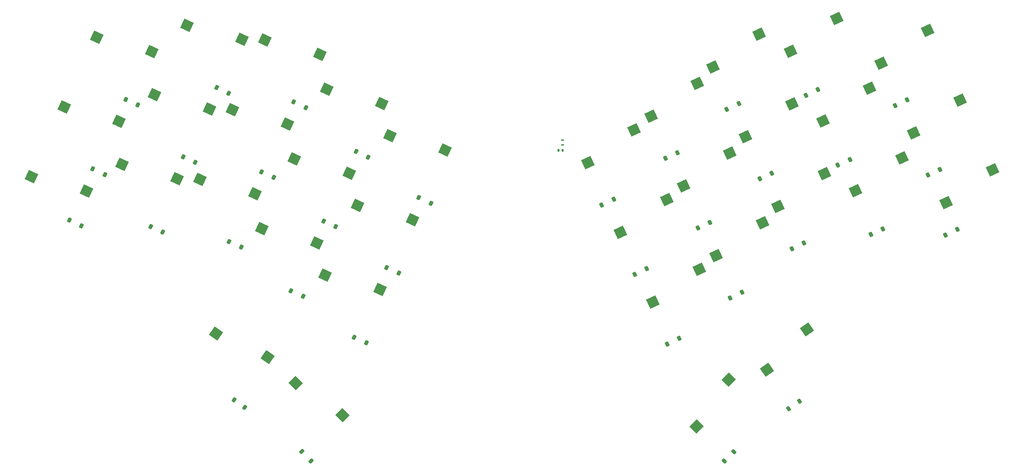
<source format=gbr>
%TF.GenerationSoftware,KiCad,Pcbnew,7.0.1*%
%TF.CreationDate,2023-04-15T18:04:16-04:00*%
%TF.ProjectId,Frigate,46726967-6174-4652-9e6b-696361645f70,rev?*%
%TF.SameCoordinates,Original*%
%TF.FileFunction,Paste,Bot*%
%TF.FilePolarity,Positive*%
%FSLAX46Y46*%
G04 Gerber Fmt 4.6, Leading zero omitted, Abs format (unit mm)*
G04 Created by KiCad (PCBNEW 7.0.1) date 2023-04-15 18:04:16*
%MOMM*%
%LPD*%
G01*
G04 APERTURE LIST*
G04 Aperture macros list*
%AMRoundRect*
0 Rectangle with rounded corners*
0 $1 Rounding radius*
0 $2 $3 $4 $5 $6 $7 $8 $9 X,Y pos of 4 corners*
0 Add a 4 corners polygon primitive as box body*
4,1,4,$2,$3,$4,$5,$6,$7,$8,$9,$2,$3,0*
0 Add four circle primitives for the rounded corners*
1,1,$1+$1,$2,$3*
1,1,$1+$1,$4,$5*
1,1,$1+$1,$6,$7*
1,1,$1+$1,$8,$9*
0 Add four rect primitives between the rounded corners*
20,1,$1+$1,$2,$3,$4,$5,0*
20,1,$1+$1,$4,$5,$6,$7,0*
20,1,$1+$1,$6,$7,$8,$9,0*
20,1,$1+$1,$8,$9,$2,$3,0*%
%AMRotRect*
0 Rectangle, with rotation*
0 The origin of the aperture is its center*
0 $1 length*
0 $2 width*
0 $3 Rotation angle, in degrees counterclockwise*
0 Add horizontal line*
21,1,$1,$2,0,0,$3*%
G04 Aperture macros list end*
%ADD10RotRect,2.550000X2.500000X215.000000*%
%ADD11RotRect,2.550000X2.500000X225.000000*%
%ADD12RotRect,2.550000X2.500000X135.000000*%
%ADD13RotRect,2.550000X2.500000X145.000000*%
%ADD14RotRect,2.550000X2.500000X205.000000*%
%ADD15RotRect,2.550000X2.500000X155.000000*%
%ADD16RoundRect,0.225000X0.362401X0.244776X-0.045437X0.434955X-0.362401X-0.244776X0.045437X-0.434955X0*%
%ADD17RoundRect,0.225000X0.045437X0.434955X-0.362401X0.244776X-0.045437X-0.434955X0.362401X-0.244776X0*%
%ADD18RoundRect,0.135000X0.135000X0.185000X-0.135000X0.185000X-0.135000X-0.185000X0.135000X-0.185000X0*%
%ADD19R,0.800000X0.400000*%
%ADD20RoundRect,0.225000X0.424264X0.106066X0.106066X0.424264X-0.424264X-0.106066X-0.106066X-0.424264X0*%
%ADD21RoundRect,0.225000X0.399400X0.178127X0.030782X0.436237X-0.399400X-0.178127X-0.030782X-0.436237X0*%
%ADD22RoundRect,0.225000X-0.030782X0.436237X-0.399400X0.178127X0.030782X-0.436237X0.399400X-0.178127X0*%
%ADD23RoundRect,0.225000X-0.106066X0.424264X-0.424264X0.106066X0.106066X-0.424264X0.424264X-0.106066X0*%
G04 APERTURE END LIST*
D10*
%TO.C,SW34*%
X203783012Y-135955554D03*
X213671384Y-125930874D03*
%TD*%
D11*
%TO.C,SW33*%
X186296731Y-149988624D03*
X194294108Y-138399144D03*
%TD*%
D12*
%TO.C,SW32*%
X87011435Y-139198399D03*
X98600915Y-147195776D03*
%TD*%
D13*
%TO.C,SW31*%
X67295366Y-126936952D03*
X80097506Y-132800339D03*
%TD*%
D14*
%TO.C,SW30*%
X248132629Y-94530838D03*
X259611541Y-86375554D03*
%TD*%
%TO.C,SW29*%
X225690434Y-91543422D03*
X237169346Y-83388138D03*
%TD*%
%TO.C,SW28*%
X206468589Y-95462072D03*
X217947501Y-87306788D03*
%TD*%
%TO.C,SW27*%
X191135637Y-107656589D03*
X202614549Y-99501305D03*
%TD*%
%TO.C,SW26*%
X175480649Y-119160499D03*
X186959561Y-111005215D03*
%TD*%
D15*
%TO.C,SW25*%
X94300875Y-112441910D03*
X107926688Y-115993151D03*
%TD*%
%TO.C,SW24*%
X78645887Y-100937999D03*
X92271700Y-104489240D03*
%TD*%
%TO.C,SW23*%
X63312934Y-88743482D03*
X76938747Y-92294723D03*
%TD*%
%TO.C,SW22*%
X44008215Y-85066446D03*
X57634028Y-88617687D03*
%TD*%
%TO.C,SW21*%
X21590490Y-88065273D03*
X35216303Y-91616514D03*
%TD*%
D14*
%TO.C,SW20*%
X240081751Y-77265675D03*
X251560663Y-69110391D03*
%TD*%
%TO.C,SW19*%
X217664026Y-74266848D03*
X229142938Y-66111564D03*
%TD*%
%TO.C,SW18*%
X198417711Y-78196908D03*
X209896623Y-70041624D03*
%TD*%
%TO.C,SW17*%
X183084759Y-90391426D03*
X194563671Y-82236142D03*
%TD*%
%TO.C,SW16*%
X167429771Y-101895336D03*
X178908683Y-93740052D03*
%TD*%
D15*
%TO.C,SW15*%
X102327282Y-95165336D03*
X115953095Y-98716577D03*
%TD*%
%TO.C,SW14*%
X86696765Y-83672836D03*
X100322578Y-87224077D03*
%TD*%
%TO.C,SW13*%
X71339342Y-71466908D03*
X84965155Y-75018149D03*
%TD*%
%TO.C,SW12*%
X52059093Y-67801283D03*
X65684906Y-71352524D03*
%TD*%
%TO.C,SW11*%
X29641368Y-70800109D03*
X43267181Y-74351350D03*
%TD*%
D14*
%TO.C,SW10*%
X232030873Y-60000512D03*
X243509785Y-51845228D03*
%TD*%
%TO.C,SW9*%
X209588678Y-57013096D03*
X221067590Y-48857812D03*
%TD*%
%TO.C,SW8*%
X190366834Y-60931745D03*
X201845746Y-52776461D03*
%TD*%
%TO.C,SW7*%
X175033881Y-73126262D03*
X186512793Y-64970978D03*
%TD*%
%TO.C,SW6*%
X159378893Y-84630173D03*
X170857805Y-76474889D03*
%TD*%
D15*
%TO.C,SW5*%
X110402631Y-77911583D03*
X124028444Y-81462824D03*
%TD*%
%TO.C,SW4*%
X94747643Y-66407673D03*
X108373456Y-69958914D03*
%TD*%
%TO.C,SW3*%
X79390220Y-54201745D03*
X93016033Y-57752986D03*
%TD*%
%TO.C,SW2*%
X60109971Y-50536119D03*
X73735784Y-54087360D03*
%TD*%
%TO.C,SW1*%
X37692246Y-53534946D03*
X51318059Y-57086187D03*
%TD*%
D16*
%TO.C,D5*%
X120489825Y-94666413D03*
X117499009Y-93271773D03*
%TD*%
D17*
%TO.C,D9*%
X216374133Y-66506947D03*
X213383317Y-67901587D03*
%TD*%
%TO.C,D27*%
X197563183Y-116710469D03*
X194572367Y-118105109D03*
%TD*%
D16*
%TO.C,D25*%
X104502264Y-129249990D03*
X101511448Y-127855350D03*
%TD*%
%TO.C,D11*%
X39726750Y-87554094D03*
X36735934Y-86159454D03*
%TD*%
D17*
%TO.C,D16*%
X173971512Y-110895966D03*
X170980696Y-112290606D03*
%TD*%
%TO.C,D26*%
X182022390Y-128161130D03*
X179031574Y-129555770D03*
%TD*%
%TO.C,D10*%
X238458419Y-69054392D03*
X235467603Y-70449032D03*
%TD*%
%TO.C,D28*%
X212896135Y-104515952D03*
X209905319Y-105910592D03*
%TD*%
D18*
%TO.C,R1*%
X153166000Y-81534000D03*
X152146000Y-81534000D03*
%TD*%
D16*
%TO.C,D4*%
X104949032Y-83215752D03*
X101958216Y-81821112D03*
%TD*%
%TO.C,D21*%
X33938780Y-100269309D03*
X30947964Y-98874669D03*
%TD*%
D17*
%TO.C,D20*%
X246623492Y-86266305D03*
X243632676Y-87660945D03*
%TD*%
D16*
%TO.C,D3*%
X89500072Y-70967140D03*
X86509256Y-69572500D03*
%TD*%
D19*
%TO.C,U2*%
X153162000Y-80194000D03*
X153162000Y-78994000D03*
%TD*%
D16*
%TO.C,D22*%
X54093597Y-101820430D03*
X51102781Y-100425790D03*
%TD*%
%TO.C,D14*%
X96898154Y-100480916D03*
X93907338Y-99086276D03*
%TD*%
D17*
%TO.C,D19*%
X224310816Y-83825360D03*
X221320000Y-85220000D03*
%TD*%
D16*
%TO.C,D13*%
X81565201Y-88286399D03*
X78574385Y-86891759D03*
%TD*%
%TO.C,D23*%
X73514323Y-105551562D03*
X70523507Y-104156922D03*
%TD*%
%TO.C,D12*%
X62144475Y-84555267D03*
X59153659Y-83160627D03*
%TD*%
D17*
%TO.C,D6*%
X165806439Y-93684053D03*
X162815623Y-95078693D03*
%TD*%
%TO.C,D30*%
X250923408Y-101156680D03*
X247932592Y-102551320D03*
%TD*%
%TO.C,D7*%
X181575622Y-82126892D03*
X178584806Y-83521532D03*
%TD*%
%TO.C,D18*%
X204959452Y-87197539D03*
X201968636Y-88592179D03*
%TD*%
%TO.C,D17*%
X189626499Y-99392056D03*
X186635683Y-100786696D03*
%TD*%
%TO.C,D29*%
X232475889Y-101037274D03*
X229485073Y-102431914D03*
%TD*%
D20*
%TO.C,D32*%
X90848904Y-158481907D03*
X88515452Y-156148455D03*
%TD*%
D16*
%TO.C,D24*%
X88847276Y-117746079D03*
X85856460Y-116351439D03*
%TD*%
%TO.C,D2*%
X70425555Y-67397449D03*
X67434739Y-66002809D03*
%TD*%
%TO.C,D15*%
X112553142Y-111984826D03*
X109562326Y-110590186D03*
%TD*%
D21*
%TO.C,D31*%
X74423081Y-145261131D03*
X71719879Y-143368329D03*
%TD*%
D17*
%TO.C,D8*%
X196794379Y-69985625D03*
X193803563Y-71380265D03*
%TD*%
D16*
%TO.C,D1*%
X47893635Y-70343025D03*
X44902819Y-68948385D03*
%TD*%
D22*
%TO.C,D34*%
X211810429Y-143667995D03*
X209107227Y-145560797D03*
%TD*%
D23*
%TO.C,D33*%
X195522352Y-156209043D03*
X193188900Y-158542495D03*
%TD*%
M02*

</source>
